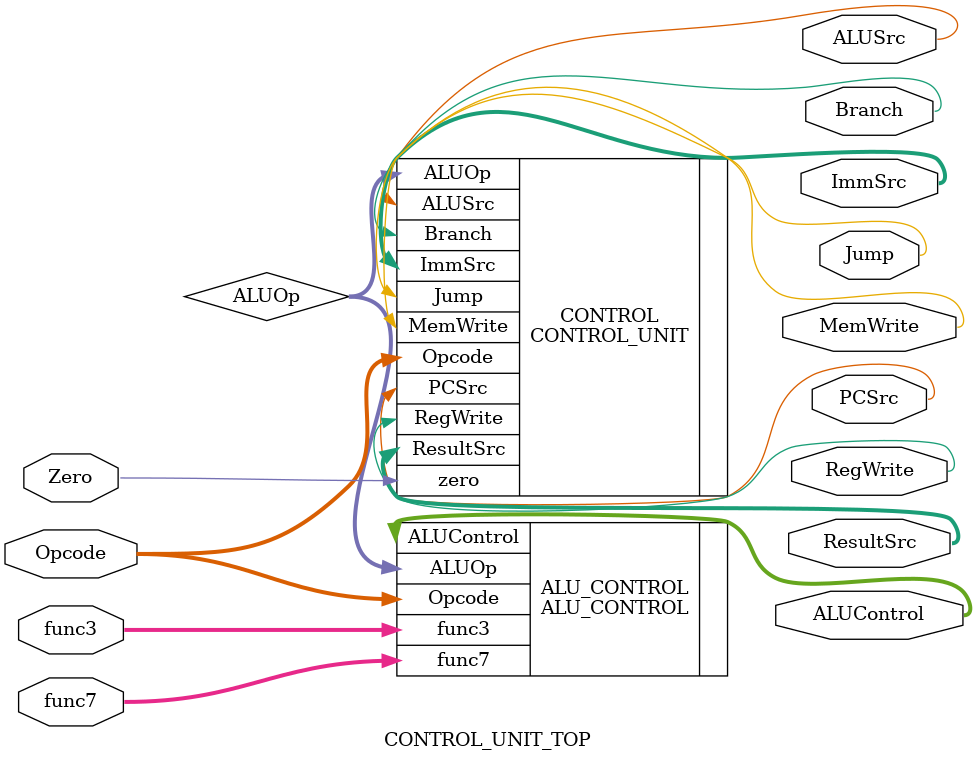
<source format=v>
`include"ALU_CONTROL.v"
`include"CONTROL_UNIT.v"

module CONTROL_UNIT_TOP(Opcode, Zero, RegWrite, ImmSrc, ALUSrc, MemWrite, ResultSrc, Branch, func3, func7, ALUControl, PCSrc, Jump);

input [6:0]Opcode, func7;
input [2:0]func3;
input Zero;
output RegWrite, ALUSrc, MemWrite, Branch, PCSrc, Jump;
output [1:0] ImmSrc, ResultSrc;
output [2:0]ALUControl;

wire [1:0]ALUOp;

    CONTROL_UNIT CONTROL(
                .Opcode(Opcode),
                .zero(Zero),
                .RegWrite(RegWrite),
                .ImmSrc(ImmSrc),
                .MemWrite(MemWrite),
                .ResultSrc(ResultSrc),
                .Branch(Branch),
                .ALUSrc(ALUSrc),
                .ALUOp(ALUOp),
                .PCSrc(PCSrc),
                .Jump(Jump)
    );

    ALU_CONTROL ALU_CONTROL(
                            .ALUOp(ALUOp),
                            .func3(func3),
                            .func7(func7),
                            .Opcode(Opcode),
                            .ALUControl(ALUControl)
    );


endmodule
</source>
